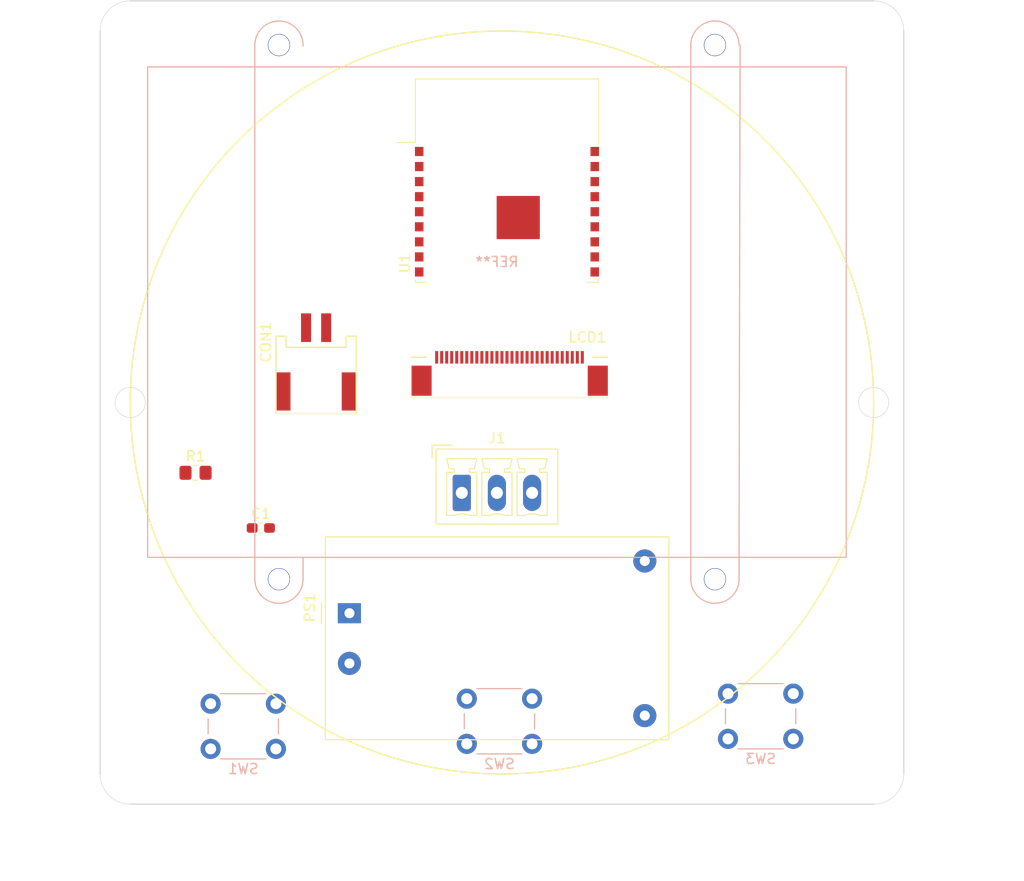
<source format=kicad_pcb>
(kicad_pcb (version 20171130) (host pcbnew 5.1.12-84ad8e8a86~92~ubuntu20.04.1)

  (general
    (thickness 1.6)
    (drawings 23)
    (tracks 0)
    (zones 0)
    (modules 11)
    (nets 12)
  )

  (page A4)
  (layers
    (0 F.Cu signal)
    (31 B.Cu signal)
    (32 B.Adhes user hide)
    (33 F.Adhes user hide)
    (34 B.Paste user hide)
    (35 F.Paste user hide)
    (36 B.SilkS user)
    (37 F.SilkS user)
    (38 B.Mask user hide)
    (39 F.Mask user hide)
    (40 Dwgs.User user)
    (41 Cmts.User user)
    (42 Eco1.User user)
    (43 Eco2.User user)
    (44 Edge.Cuts user)
    (45 Margin user)
    (46 B.CrtYd user)
    (47 F.CrtYd user)
    (48 B.Fab user)
    (49 F.Fab user)
  )

  (setup
    (last_trace_width 0.25)
    (trace_clearance 0.2)
    (zone_clearance 0.508)
    (zone_45_only no)
    (trace_min 0.2)
    (via_size 0.8)
    (via_drill 0.4)
    (via_min_size 0.4)
    (via_min_drill 0.3)
    (uvia_size 0.3)
    (uvia_drill 0.1)
    (uvias_allowed no)
    (uvia_min_size 0.2)
    (uvia_min_drill 0.1)
    (edge_width 0.05)
    (segment_width 0.2)
    (pcb_text_width 0.3)
    (pcb_text_size 1.5 1.5)
    (mod_edge_width 0.12)
    (mod_text_size 1 1)
    (mod_text_width 0.15)
    (pad_size 1.524 1.524)
    (pad_drill 0.762)
    (pad_to_mask_clearance 0)
    (aux_axis_origin 80 150)
    (grid_origin 80 150)
    (visible_elements FFFFFF7F)
    (pcbplotparams
      (layerselection 0x010fc_ffffffff)
      (usegerberextensions false)
      (usegerberattributes true)
      (usegerberadvancedattributes true)
      (creategerberjobfile true)
      (excludeedgelayer true)
      (linewidth 0.100000)
      (plotframeref false)
      (viasonmask false)
      (mode 1)
      (useauxorigin false)
      (hpglpennumber 1)
      (hpglpenspeed 20)
      (hpglpendiameter 15.000000)
      (psnegative false)
      (psa4output false)
      (plotreference true)
      (plotvalue true)
      (plotinvisibletext false)
      (padsonsilk false)
      (subtractmaskfromsilk false)
      (outputformat 1)
      (mirror false)
      (drillshape 1)
      (scaleselection 1)
      (outputdirectory ""))
  )

  (net 0 "")
  (net 1 "Net-(U1-Pad13)")
  (net 2 "Net-(SW1-Pad2)")
  (net 3 "Net-(SW1-Pad1)")
  (net 4 "Net-(SW2-Pad2)")
  (net 5 "Net-(SW2-Pad1)")
  (net 6 "Net-(SW3-Pad1)")
  (net 7 "Net-(SW3-Pad2)")
  (net 8 "Net-(J1-Pad1)")
  (net 9 "Net-(J1-Pad3)")
  (net 10 +3V3)
  (net 11 GND)

  (net_class Default "This is the default net class."
    (clearance 0.2)
    (trace_width 0.25)
    (via_dia 0.8)
    (via_drill 0.4)
    (uvia_dia 0.3)
    (uvia_drill 0.1)
    (add_net +3V3)
    (add_net GND)
    (add_net "Net-(J1-Pad1)")
    (add_net "Net-(J1-Pad3)")
    (add_net "Net-(SW1-Pad1)")
    (add_net "Net-(SW1-Pad2)")
    (add_net "Net-(SW2-Pad1)")
    (add_net "Net-(SW2-Pad2)")
    (add_net "Net-(SW3-Pad1)")
    (add_net "Net-(SW3-Pad2)")
    (add_net "Net-(U1-Pad13)")
  )

  (module ER-CON30HB:ER-DISP (layer B.Cu) (tedit 61C762E6) (tstamp 61C7ADBD)
    (at 119.5 101)
    (fp_text reference REF** (at 0 -5) (layer B.SilkS)
      (effects (font (size 1 1) (thickness 0.15)) (justify mirror))
    )
    (fp_text value ER-DISP (at 0 4) (layer B.Fab)
      (effects (font (size 1 1) (thickness 0.15)) (justify mirror))
    )
    (fp_arc (start -21.7 -26.6) (end -24.1 -26.7) (angle 179.7351506) (layer B.SilkS) (width 0.12))
    (fp_arc (start 21.7 -26.6) (end 19.3 -26.6) (angle 180) (layer B.SilkS) (width 0.12))
    (fp_arc (start 21.7 26.6) (end 24.1 26.6) (angle 180) (layer B.SilkS) (width 0.12))
    (fp_arc (start -21.7 26.6) (end -19.3 26.6) (angle 180) (layer B.SilkS) (width 0.12))
    (fp_line (start -34.77 -24.42) (end -34.77 24.42) (layer B.SilkS) (width 0.12))
    (fp_line (start 34.77 -24.42) (end -34.77 -24.42) (layer B.SilkS) (width 0.12))
    (fp_line (start 34.77 24.42) (end 34.77 -24.42) (layer B.SilkS) (width 0.12))
    (fp_line (start -34.77 24.42) (end 34.77 24.42) (layer B.SilkS) (width 0.12))
    (fp_line (start -24.1 26.6) (end -24.1 24.4) (layer B.SilkS) (width 0.12))
    (fp_line (start -19.3 26.6) (end -19.3 24.4) (layer B.SilkS) (width 0.12))
    (fp_line (start 19.3 26.6) (end 19.3 24.4) (layer B.SilkS) (width 0.12))
    (fp_line (start 24.1 26.6) (end 24.1 24.4) (layer B.SilkS) (width 0.12))
    (fp_line (start 24.1 24.4) (end 24.2 -24.4) (layer B.SilkS) (width 0.12))
    (fp_line (start 24.2 -24.4) (end 24.2 -26.6) (layer B.SilkS) (width 0.12))
    (fp_line (start 19.3 24.4) (end 19.3 -24.4) (layer B.SilkS) (width 0.12))
    (fp_line (start 19.3 -24.4) (end 19.3 -26.6) (layer B.SilkS) (width 0.12))
    (fp_line (start -24.1 24.4) (end -24.1 -24.4) (layer B.SilkS) (width 0.12))
    (fp_line (start -24.1 -24.4) (end -24.1 -26.7) (layer B.SilkS) (width 0.12))
    (pad "" np_thru_hole circle (at -21.7 -26.6) (size 2.2 2.2) (drill 2.1) (layers *.Cu *.Mask))
    (pad "" np_thru_hole circle (at 21.7 -26.6) (size 2.2 2.2) (drill 2.1) (layers *.Cu *.Mask))
    (pad "" np_thru_hole circle (at 21.7 26.6) (size 2.2 2.2) (drill 2.1) (layers *.Cu *.Mask))
    (pad "" np_thru_hole circle (at -21.7 26.6) (size 2.2 2.2) (drill 2.1) (layers *.Cu *.Mask))
  )

  (module Converter_ACDC:Converter_ACDC_HiLink_HLK-PMxx (layer F.Cu) (tedit 61C71F3E) (tstamp 61C6F829)
    (at 119.5 133.5)
    (descr "ACDC-Converter, 3W, HiLink, HLK-PMxx, THT, http://www.hlktech.net/product_detail.php?ProId=54")
    (tags "ACDC-Converter 3W THT HiLink board mount module")
    (path /61C70226)
    (fp_text reference PS1 (at -18.6212 -3.0646 270) (layer F.SilkS)
      (effects (font (size 1 1) (thickness 0.15)))
    )
    (fp_text value HLK-PM03 (at 1.1088 11.3354) (layer F.Fab)
      (effects (font (size 1 1) (thickness 0.15)))
    )
    (fp_line (start -17.2212 -10.2616) (end 17.272 10.2362) (layer Dwgs.User) (width 0.12))
    (fp_line (start 17.272 -10.2616) (end -17.2212 10.2362) (layer Dwgs.User) (width 0.12))
    (fp_line (start -16.9812 9.9854) (end 17.0188 9.9854) (layer F.Fab) (width 0.1))
    (fp_line (start 17.0188 9.9854) (end 17.0188 -10.0146) (layer F.Fab) (width 0.1))
    (fp_line (start -16.9812 9.9854) (end -16.9812 -1.5246) (layer F.Fab) (width 0.1))
    (fp_line (start -16.9812 -10.0146) (end 17.0188 -10.0146) (layer F.Fab) (width 0.1))
    (fp_line (start -15.9712 -2.5146) (end -16.9712 -1.5146) (layer F.Fab) (width 0.1))
    (fp_line (start -16.9712 -3.5146) (end -15.9712 -2.5146) (layer F.Fab) (width 0.1))
    (fp_line (start -16.9812 -3.5146) (end -16.9812 -10.0146) (layer F.Fab) (width 0.1))
    (fp_line (start -17.2312 10.2354) (end 17.2688 10.2354) (layer F.CrtYd) (width 0.05))
    (fp_line (start 17.2688 10.2354) (end 17.2688 -10.2646) (layer F.CrtYd) (width 0.05))
    (fp_line (start 17.2688 -10.2646) (end -17.2312 -10.2646) (layer F.CrtYd) (width 0.05))
    (fp_line (start -17.2312 -10.2646) (end -17.2312 10.2354) (layer F.CrtYd) (width 0.05))
    (fp_line (start -17.0812 -10.1146) (end -17.0812 10.0854) (layer F.SilkS) (width 0.12))
    (fp_line (start -17.0812 10.0854) (end 17.1188 10.0854) (layer F.SilkS) (width 0.12))
    (fp_line (start 17.1188 10.0854) (end 17.1188 -10.1146) (layer F.SilkS) (width 0.12))
    (fp_line (start 17.1188 -10.1146) (end -17.0812 -10.1146) (layer F.SilkS) (width 0.12))
    (fp_line (start -17.4712 -3.5146) (end -17.4712 -1.5046) (layer F.SilkS) (width 0.12))
    (fp_text user %R (at -0.0012 -1.3446) (layer F.Fab)
      (effects (font (size 1 1) (thickness 0.15)))
    )
    (pad 3 thru_hole circle (at 14.7188 -7.7146) (size 2.3 2.3) (drill 1) (layers *.Cu *.Mask)
      (net 11 GND))
    (pad 1 thru_hole rect (at -14.6812 -2.5146) (size 2.3 2) (drill 1) (layers *.Cu *.Mask)
      (net 9 "Net-(J1-Pad3)"))
    (pad 2 thru_hole circle (at -14.6812 2.4854) (size 2.3 2.3) (drill 1) (layers *.Cu *.Mask)
      (net 8 "Net-(J1-Pad1)"))
    (pad 4 thru_hole circle (at 14.7188 7.6854) (size 2.3 2.3) (drill 1) (layers *.Cu *.Mask)
      (net 10 +3V3))
    (model ${KISYS3DMOD}/Converter_ACDC.3dshapes/Converter_ACDC_HiLink_HLK-PMxx.wrl
      (at (xyz 0 0 0))
      (scale (xyz 1 1 1))
      (rotate (xyz 0 0 0))
    )
  )

  (module RF_Module:ESP-WROOM-02 (layer F.Cu) (tedit 5B5B45D7) (tstamp 61C6F887)
    (at 120.5 91)
    (descr http://espressif.com/sites/default/files/documentation/0c-esp-wroom-02_datasheet_en.pdf)
    (tags "ESP WROOM-02 espressif esp8266ex")
    (path /61C6F9D0)
    (attr smd)
    (fp_text reference U1 (at -10.17 5.13 -270) (layer F.SilkS)
      (effects (font (size 1 1) (thickness 0.15)))
    )
    (fp_text value ESP-WROOM-02 (at 0 8.33) (layer F.Fab)
      (effects (font (size 1 1) (thickness 0.15)))
    )
    (fp_line (start -9.12 -6.9) (end -11 -6.9) (layer F.SilkS) (width 0.1))
    (fp_line (start -9.12 -13.22) (end -9.12 -6.9) (layer F.SilkS) (width 0.1))
    (fp_line (start 9.12 -13.22) (end 9.12 -6.7) (layer F.SilkS) (width 0.1))
    (fp_line (start -9.12 -13.22) (end 9.12 -13.22) (layer F.SilkS) (width 0.1))
    (fp_line (start 8 7.02) (end 9.12 7.02) (layer F.SilkS) (width 0.1))
    (fp_line (start 9.12 6.7) (end 9.12 7) (layer F.SilkS) (width 0.1))
    (fp_line (start -9.12 7.02) (end -8.1 7.02) (layer F.SilkS) (width 0.1))
    (fp_line (start -9.12 6.8) (end -9.12 7.02) (layer F.SilkS) (width 0.1))
    (fp_line (start 8.3 -17.9) (end 8.1 -17.7) (layer Cmts.User) (width 0.1))
    (fp_line (start 8.3 -13.3) (end 8.3 -17.9) (layer Cmts.User) (width 0.1))
    (fp_line (start 8.3 -17.9) (end 8.5 -17.7) (layer Cmts.User) (width 0.1))
    (fp_line (start 8.3 -13.3) (end 8.5 -13.5) (layer Cmts.User) (width 0.1))
    (fp_line (start 8.3 -13.3) (end 8.1 -13.5) (layer Cmts.User) (width 0.1))
    (fp_line (start -9.2 -10.7) (end -9.4 -10.9) (layer Cmts.User) (width 0.1))
    (fp_line (start -13.8 -10.7) (end -9.2 -10.7) (layer Cmts.User) (width 0.1))
    (fp_line (start -9.2 -10.7) (end -9.4 -10.5) (layer Cmts.User) (width 0.1))
    (fp_line (start -13.8 -10.7) (end -13.6 -10.5) (layer Cmts.User) (width 0.1))
    (fp_line (start -13.8 -10.7) (end -13.6 -10.9) (layer Cmts.User) (width 0.1))
    (fp_line (start 9.2 -10.7) (end 9.4 -10.5) (layer Cmts.User) (width 0.1))
    (fp_line (start 9.2 -10.7) (end 9.4 -10.9) (layer Cmts.User) (width 0.1))
    (fp_line (start 13.8 -10.7) (end 13.6 -10.5) (layer Cmts.User) (width 0.1))
    (fp_line (start 13.8 -10.7) (end 13.6 -10.9) (layer Cmts.User) (width 0.1))
    (fp_line (start 9.2 -10.7) (end 13.8 -10.7) (layer Cmts.User) (width 0.1))
    (fp_line (start 14 -8.41) (end 12 -6.795) (layer Dwgs.User) (width 0.1))
    (fp_line (start 14 -10.025) (end 10 -6.795) (layer Dwgs.User) (width 0.1))
    (fp_line (start 14 -11.64) (end 8 -6.795) (layer Dwgs.User) (width 0.1))
    (fp_line (start 14 -13.255) (end 6 -6.795) (layer Dwgs.User) (width 0.1))
    (fp_line (start 14 -14.87) (end 4 -6.795) (layer Dwgs.User) (width 0.1))
    (fp_line (start 14 -16.485) (end 2 -6.795) (layer Dwgs.User) (width 0.1))
    (fp_line (start 14 -18.1) (end 0 -6.795) (layer Dwgs.User) (width 0.1))
    (fp_line (start 12 -18.1) (end -2 -6.795) (layer Dwgs.User) (width 0.1))
    (fp_line (start 10 -18.1) (end -4 -6.795) (layer Dwgs.User) (width 0.1))
    (fp_line (start 8 -18.1) (end -6 -6.795) (layer Dwgs.User) (width 0.1))
    (fp_line (start -8 -6.795) (end 6 -18.1) (layer Dwgs.User) (width 0.1))
    (fp_line (start 4 -18.1) (end -10 -6.795) (layer Dwgs.User) (width 0.1))
    (fp_line (start 2 -18.1) (end -12 -6.795) (layer Dwgs.User) (width 0.1))
    (fp_line (start 0 -18.1) (end -14 -6.795) (layer Dwgs.User) (width 0.1))
    (fp_line (start -2 -18.1) (end -14 -8.41) (layer Dwgs.User) (width 0.1))
    (fp_line (start -4 -18.1) (end -14 -10.025) (layer Dwgs.User) (width 0.1))
    (fp_line (start -6 -18.1) (end -14 -11.64) (layer Dwgs.User) (width 0.1))
    (fp_line (start -8 -18.1) (end -14 -13.255) (layer Dwgs.User) (width 0.1))
    (fp_line (start -10 -18.1) (end -14 -14.87) (layer Dwgs.User) (width 0.1))
    (fp_line (start -12 -18.1) (end -14 -16.485) (layer Dwgs.User) (width 0.1))
    (fp_line (start 9.41 -6.55) (end 14.25 -6.55) (layer F.CrtYd) (width 0.05))
    (fp_line (start -14.25 -6.55) (end -9.41 -6.55) (layer F.CrtYd) (width 0.05))
    (fp_line (start 14.25 -18.35) (end 14.25 -6.55) (layer F.CrtYd) (width 0.05))
    (fp_line (start -14.25 -18.35) (end -14.25 -6.55) (layer F.CrtYd) (width 0.05))
    (fp_line (start 14 -18.1) (end -14 -18.1) (layer Dwgs.User) (width 0.1))
    (fp_line (start 14 -6.8) (end 14 -18.1) (layer Dwgs.User) (width 0.1))
    (fp_line (start -9 -13.1) (end 9 -13.1) (layer Dwgs.User) (width 0.1))
    (fp_line (start 9 -13.1) (end 9 -6.78) (layer Dwgs.User) (width 0.1))
    (fp_line (start 14 -6.8) (end -14 -6.8) (layer Dwgs.User) (width 0.1))
    (fp_line (start -9 -6.8) (end -9 -13.1) (layer Dwgs.User) (width 0.1))
    (fp_line (start -8.5 -7) (end -9 -6.5) (layer F.Fab) (width 0.1))
    (fp_line (start -9 -7.5) (end -8.5 -7) (layer F.Fab) (width 0.1))
    (fp_line (start -9 -6.5) (end -9 6.9) (layer F.Fab) (width 0.1))
    (fp_line (start -14.25 -18.35) (end 14.25 -18.35) (layer F.CrtYd) (width 0.05))
    (fp_line (start 9.41 -6.55) (end 9.41 7.15) (layer F.CrtYd) (width 0.05))
    (fp_line (start -9.41 7.15) (end 9.41 7.15) (layer F.CrtYd) (width 0.05))
    (fp_line (start -9.41 7.15) (end -9.41 -6.55) (layer F.CrtYd) (width 0.05))
    (fp_line (start -9 -13.1) (end 9 -13.1) (layer F.Fab) (width 0.1))
    (fp_line (start -9 -13.1) (end -9 -7.5) (layer F.Fab) (width 0.1))
    (fp_line (start -9 6.9) (end 9 6.9) (layer F.Fab) (width 0.1))
    (fp_line (start 9 6.9) (end 9 -13.1) (layer F.Fab) (width 0.1))
    (fp_line (start -14 -6.8) (end -14 -18.1) (layer Dwgs.User) (width 0.1))
    (fp_text user "5 mm" (at 7.8 -15.9 -270) (layer Cmts.User)
      (effects (font (size 0.5 0.5) (thickness 0.1)))
    )
    (fp_text user "5 mm" (at -11.2 -11.2) (layer Cmts.User)
      (effects (font (size 0.5 0.5) (thickness 0.1)))
    )
    (fp_text user "5 mm" (at 11.8 -11.2) (layer Cmts.User)
      (effects (font (size 0.5 0.5) (thickness 0.1)))
    )
    (fp_text user Antenna (at 0 -10) (layer Cmts.User)
      (effects (font (size 1 1) (thickness 0.15)))
    )
    (fp_text user "KEEP-OUT ZONE" (at 0 -16) (layer Cmts.User)
      (effects (font (size 1 1) (thickness 0.15)))
    )
    (fp_text user %R (at 0 0) (layer F.Fab)
      (effects (font (size 1 1) (thickness 0.15)))
    )
    (pad 18 smd rect (at 8.7375 -6) (size 0.85 0.9125) (layers F.Cu F.Paste F.Mask)
      (net 1 "Net-(U1-Pad13)"))
    (pad 17 smd rect (at 8.7375 -4.5) (size 0.85 0.9125) (layers F.Cu F.Paste F.Mask))
    (pad 16 smd rect (at 8.7375 -3) (size 0.85 0.9125) (layers F.Cu F.Paste F.Mask))
    (pad 15 smd rect (at 8.7375 -1.5) (size 0.85 0.9125) (layers F.Cu F.Paste F.Mask))
    (pad 14 smd rect (at 8.7375 0) (size 0.85 0.9125) (layers F.Cu F.Paste F.Mask))
    (pad 13 smd rect (at 8.7375 1.5) (size 0.85 0.9125) (layers F.Cu F.Paste F.Mask)
      (net 1 "Net-(U1-Pad13)"))
    (pad 12 smd rect (at 8.7375 3) (size 0.85 0.9125) (layers F.Cu F.Paste F.Mask))
    (pad 11 smd rect (at 8.7375 4.5) (size 0.85 0.9125) (layers F.Cu F.Paste F.Mask))
    (pad 10 smd rect (at 8.7375 6) (size 0.85 0.9125) (layers F.Cu F.Paste F.Mask))
    (pad 9 smd rect (at -8.7375 6) (size 0.85 0.9125) (layers F.Cu F.Paste F.Mask)
      (net 1 "Net-(U1-Pad13)"))
    (pad 8 smd rect (at -8.7375 4.5) (size 0.85 0.9125) (layers F.Cu F.Paste F.Mask))
    (pad 7 smd rect (at -8.7375 3) (size 0.85 0.9125) (layers F.Cu F.Paste F.Mask))
    (pad 6 smd rect (at -8.7375 1.5) (size 0.85 0.9125) (layers F.Cu F.Paste F.Mask))
    (pad 5 smd rect (at -8.7375 0) (size 0.85 0.9125) (layers F.Cu F.Paste F.Mask))
    (pad 4 smd rect (at -8.7375 -1.5) (size 0.85 0.9125) (layers F.Cu F.Paste F.Mask))
    (pad 3 smd rect (at -8.7375 -3) (size 0.85 0.9125) (layers F.Cu F.Paste F.Mask))
    (pad 2 smd rect (at -8.7375 -4.5) (size 0.85 0.9125) (layers F.Cu F.Paste F.Mask))
    (pad 1 smd rect (at -8.7375 -6) (size 0.85 0.9125) (layers F.Cu F.Paste F.Mask))
    (pad 19 smd rect (at 1.12 0.58) (size 4.3 4.3) (layers F.Cu F.Paste F.Mask)
      (net 1 "Net-(U1-Pad13)"))
    (model ${KISYS3DMOD}/RF_Module.3dshapes/ESP-WROOM-02.wrl
      (at (xyz 0 0 0))
      (scale (xyz 1 1 1))
      (rotate (xyz 0 0 0))
    )
  )

  (module Capacitor_SMD:C_0603_1608Metric_Pad1.08x0.95mm_HandSolder (layer F.Cu) (tedit 5F68FEEF) (tstamp 61C77992)
    (at 96 122.5)
    (descr "Capacitor SMD 0603 (1608 Metric), square (rectangular) end terminal, IPC_7351 nominal with elongated pad for handsoldering. (Body size source: IPC-SM-782 page 76, https://www.pcb-3d.com/wordpress/wp-content/uploads/ipc-sm-782a_amendment_1_and_2.pdf), generated with kicad-footprint-generator")
    (tags "capacitor handsolder")
    (path /61C7EE87)
    (attr smd)
    (fp_text reference C1 (at 0 -1.43) (layer F.SilkS)
      (effects (font (size 1 1) (thickness 0.15)))
    )
    (fp_text value 0.1uF (at 0 1.43) (layer F.Fab)
      (effects (font (size 1 1) (thickness 0.15)))
    )
    (fp_line (start -0.8 0.4) (end -0.8 -0.4) (layer F.Fab) (width 0.1))
    (fp_line (start -0.8 -0.4) (end 0.8 -0.4) (layer F.Fab) (width 0.1))
    (fp_line (start 0.8 -0.4) (end 0.8 0.4) (layer F.Fab) (width 0.1))
    (fp_line (start 0.8 0.4) (end -0.8 0.4) (layer F.Fab) (width 0.1))
    (fp_line (start -0.146267 -0.51) (end 0.146267 -0.51) (layer F.SilkS) (width 0.12))
    (fp_line (start -0.146267 0.51) (end 0.146267 0.51) (layer F.SilkS) (width 0.12))
    (fp_line (start -1.65 0.73) (end -1.65 -0.73) (layer F.CrtYd) (width 0.05))
    (fp_line (start -1.65 -0.73) (end 1.65 -0.73) (layer F.CrtYd) (width 0.05))
    (fp_line (start 1.65 -0.73) (end 1.65 0.73) (layer F.CrtYd) (width 0.05))
    (fp_line (start 1.65 0.73) (end -1.65 0.73) (layer F.CrtYd) (width 0.05))
    (fp_text user %R (at 0 0) (layer F.Fab)
      (effects (font (size 0.4 0.4) (thickness 0.06)))
    )
    (pad 1 smd roundrect (at -0.8625 0) (size 1.075 0.95) (layers F.Cu F.Paste F.Mask) (roundrect_rratio 0.25)
      (net 10 +3V3))
    (pad 2 smd roundrect (at 0.8625 0) (size 1.075 0.95) (layers F.Cu F.Paste F.Mask) (roundrect_rratio 0.25)
      (net 11 GND))
    (model ${KISYS3DMOD}/Capacitor_SMD.3dshapes/C_0603_1608Metric.wrl
      (at (xyz 0 0 0))
      (scale (xyz 1 1 1))
      (rotate (xyz 0 0 0))
    )
  )

  (module Connector_Phoenix_MC:PhoenixContact_MCV_1,5_3-G-3.5_1x03_P3.50mm_Vertical (layer F.Cu) (tedit 5B784ED0) (tstamp 61C77B0B)
    (at 116 119)
    (descr "Generic Phoenix Contact connector footprint for: MCV_1,5/3-G-3.5; number of pins: 03; pin pitch: 3.50mm; Vertical || order number: 1843619 8A 160V")
    (tags "phoenix_contact connector MCV_01x03_G_3.5mm")
    (path /61C7B75E)
    (fp_text reference J1 (at 3.5 -5.45) (layer F.SilkS)
      (effects (font (size 1 1) (thickness 0.15)))
    )
    (fp_text value Conn_01x03 (at 3.5 4.2) (layer F.Fab)
      (effects (font (size 1 1) (thickness 0.15)))
    )
    (fp_line (start -2.56 -4.36) (end -2.56 3.11) (layer F.SilkS) (width 0.12))
    (fp_line (start -2.56 3.11) (end 9.56 3.11) (layer F.SilkS) (width 0.12))
    (fp_line (start 9.56 3.11) (end 9.56 -4.36) (layer F.SilkS) (width 0.12))
    (fp_line (start 9.56 -4.36) (end -2.56 -4.36) (layer F.SilkS) (width 0.12))
    (fp_line (start -2.45 -4.25) (end -2.45 3) (layer F.Fab) (width 0.1))
    (fp_line (start -2.45 3) (end 9.45 3) (layer F.Fab) (width 0.1))
    (fp_line (start 9.45 3) (end 9.45 -4.25) (layer F.Fab) (width 0.1))
    (fp_line (start 9.45 -4.25) (end -2.45 -4.25) (layer F.Fab) (width 0.1))
    (fp_line (start -0.75 2.25) (end -1.5 2.25) (layer F.SilkS) (width 0.12))
    (fp_line (start -1.5 2.25) (end -1.5 -2.05) (layer F.SilkS) (width 0.12))
    (fp_line (start -1.5 -2.05) (end -0.75 -2.05) (layer F.SilkS) (width 0.12))
    (fp_line (start -0.75 -2.05) (end -0.75 -2.4) (layer F.SilkS) (width 0.12))
    (fp_line (start -0.75 -2.4) (end -1.25 -2.4) (layer F.SilkS) (width 0.12))
    (fp_line (start -1.25 -2.4) (end -1.5 -3.4) (layer F.SilkS) (width 0.12))
    (fp_line (start -1.5 -3.4) (end 1.5 -3.4) (layer F.SilkS) (width 0.12))
    (fp_line (start 1.5 -3.4) (end 1.25 -2.4) (layer F.SilkS) (width 0.12))
    (fp_line (start 1.25 -2.4) (end 0.75 -2.4) (layer F.SilkS) (width 0.12))
    (fp_line (start 0.75 -2.4) (end 0.75 -2.05) (layer F.SilkS) (width 0.12))
    (fp_line (start 0.75 -2.05) (end 1.5 -2.05) (layer F.SilkS) (width 0.12))
    (fp_line (start 1.5 -2.05) (end 1.5 2.25) (layer F.SilkS) (width 0.12))
    (fp_line (start 1.5 2.25) (end 0.75 2.25) (layer F.SilkS) (width 0.12))
    (fp_line (start 2.75 2.25) (end 2 2.25) (layer F.SilkS) (width 0.12))
    (fp_line (start 2 2.25) (end 2 -2.05) (layer F.SilkS) (width 0.12))
    (fp_line (start 2 -2.05) (end 2.75 -2.05) (layer F.SilkS) (width 0.12))
    (fp_line (start 2.75 -2.05) (end 2.75 -2.4) (layer F.SilkS) (width 0.12))
    (fp_line (start 2.75 -2.4) (end 2.25 -2.4) (layer F.SilkS) (width 0.12))
    (fp_line (start 2.25 -2.4) (end 2 -3.4) (layer F.SilkS) (width 0.12))
    (fp_line (start 2 -3.4) (end 5 -3.4) (layer F.SilkS) (width 0.12))
    (fp_line (start 5 -3.4) (end 4.75 -2.4) (layer F.SilkS) (width 0.12))
    (fp_line (start 4.75 -2.4) (end 4.25 -2.4) (layer F.SilkS) (width 0.12))
    (fp_line (start 4.25 -2.4) (end 4.25 -2.05) (layer F.SilkS) (width 0.12))
    (fp_line (start 4.25 -2.05) (end 5 -2.05) (layer F.SilkS) (width 0.12))
    (fp_line (start 5 -2.05) (end 5 2.25) (layer F.SilkS) (width 0.12))
    (fp_line (start 5 2.25) (end 4.25 2.25) (layer F.SilkS) (width 0.12))
    (fp_line (start 6.25 2.25) (end 5.5 2.25) (layer F.SilkS) (width 0.12))
    (fp_line (start 5.5 2.25) (end 5.5 -2.05) (layer F.SilkS) (width 0.12))
    (fp_line (start 5.5 -2.05) (end 6.25 -2.05) (layer F.SilkS) (width 0.12))
    (fp_line (start 6.25 -2.05) (end 6.25 -2.4) (layer F.SilkS) (width 0.12))
    (fp_line (start 6.25 -2.4) (end 5.75 -2.4) (layer F.SilkS) (width 0.12))
    (fp_line (start 5.75 -2.4) (end 5.5 -3.4) (layer F.SilkS) (width 0.12))
    (fp_line (start 5.5 -3.4) (end 8.5 -3.4) (layer F.SilkS) (width 0.12))
    (fp_line (start 8.5 -3.4) (end 8.25 -2.4) (layer F.SilkS) (width 0.12))
    (fp_line (start 8.25 -2.4) (end 7.75 -2.4) (layer F.SilkS) (width 0.12))
    (fp_line (start 7.75 -2.4) (end 7.75 -2.05) (layer F.SilkS) (width 0.12))
    (fp_line (start 7.75 -2.05) (end 8.5 -2.05) (layer F.SilkS) (width 0.12))
    (fp_line (start 8.5 -2.05) (end 8.5 2.25) (layer F.SilkS) (width 0.12))
    (fp_line (start 8.5 2.25) (end 7.75 2.25) (layer F.SilkS) (width 0.12))
    (fp_line (start -2.95 -4.75) (end -2.95 3.5) (layer F.CrtYd) (width 0.05))
    (fp_line (start -2.95 3.5) (end 9.95 3.5) (layer F.CrtYd) (width 0.05))
    (fp_line (start 9.95 3.5) (end 9.95 -4.75) (layer F.CrtYd) (width 0.05))
    (fp_line (start 9.95 -4.75) (end -2.95 -4.75) (layer F.CrtYd) (width 0.05))
    (fp_line (start -2.95 -3.5) (end -2.95 -4.75) (layer F.SilkS) (width 0.12))
    (fp_line (start -2.95 -4.75) (end -0.95 -4.75) (layer F.SilkS) (width 0.12))
    (fp_line (start -2.95 -3.5) (end -2.95 -4.75) (layer F.Fab) (width 0.1))
    (fp_line (start -2.95 -4.75) (end -0.95 -4.75) (layer F.Fab) (width 0.1))
    (fp_arc (start 0 3.95) (end -0.75 2.25) (angle 47.6) (layer F.SilkS) (width 0.12))
    (fp_arc (start 3.5 3.95) (end 2.75 2.25) (angle 47.6) (layer F.SilkS) (width 0.12))
    (fp_arc (start 7 3.95) (end 6.25 2.25) (angle 47.6) (layer F.SilkS) (width 0.12))
    (fp_text user %R (at 3.989999 -0.810001) (layer F.Fab)
      (effects (font (size 1 1) (thickness 0.15)))
    )
    (pad 1 thru_hole roundrect (at 0 0) (size 1.8 3.6) (drill 1.2) (layers *.Cu *.Mask) (roundrect_rratio 0.138889)
      (net 8 "Net-(J1-Pad1)"))
    (pad 2 thru_hole oval (at 3.5 0) (size 1.8 3.6) (drill 1.2) (layers *.Cu *.Mask))
    (pad 3 thru_hole oval (at 7 0) (size 1.8 3.6) (drill 1.2) (layers *.Cu *.Mask)
      (net 9 "Net-(J1-Pad3)"))
    (model ${KISYS3DMOD}/Connector_Phoenix_MC.3dshapes/PhoenixContact_MCV_1,5_3-G-3.5_1x03_P3.50mm_Vertical.wrl
      (at (xyz 0 0 0))
      (scale (xyz 1 1 1))
      (rotate (xyz 0 0 0))
    )
  )

  (module Resistor_SMD:R_0805_2012Metric_Pad1.20x1.40mm_HandSolder (layer F.Cu) (tedit 5F68FEEE) (tstamp 61C779E5)
    (at 89.5 117)
    (descr "Resistor SMD 0805 (2012 Metric), square (rectangular) end terminal, IPC_7351 nominal with elongated pad for handsoldering. (Body size source: IPC-SM-782 page 72, https://www.pcb-3d.com/wordpress/wp-content/uploads/ipc-sm-782a_amendment_1_and_2.pdf), generated with kicad-footprint-generator")
    (tags "resistor handsolder")
    (path /61C7F998)
    (attr smd)
    (fp_text reference R1 (at 0 -1.65) (layer F.SilkS)
      (effects (font (size 1 1) (thickness 0.15)))
    )
    (fp_text value 10k (at 0 1.65) (layer F.Fab)
      (effects (font (size 1 1) (thickness 0.15)))
    )
    (fp_line (start -1 0.625) (end -1 -0.625) (layer F.Fab) (width 0.1))
    (fp_line (start -1 -0.625) (end 1 -0.625) (layer F.Fab) (width 0.1))
    (fp_line (start 1 -0.625) (end 1 0.625) (layer F.Fab) (width 0.1))
    (fp_line (start 1 0.625) (end -1 0.625) (layer F.Fab) (width 0.1))
    (fp_line (start -0.227064 -0.735) (end 0.227064 -0.735) (layer F.SilkS) (width 0.12))
    (fp_line (start -0.227064 0.735) (end 0.227064 0.735) (layer F.SilkS) (width 0.12))
    (fp_line (start -1.85 0.95) (end -1.85 -0.95) (layer F.CrtYd) (width 0.05))
    (fp_line (start -1.85 -0.95) (end 1.85 -0.95) (layer F.CrtYd) (width 0.05))
    (fp_line (start 1.85 -0.95) (end 1.85 0.95) (layer F.CrtYd) (width 0.05))
    (fp_line (start 1.85 0.95) (end -1.85 0.95) (layer F.CrtYd) (width 0.05))
    (fp_text user %R (at 0 0) (layer F.Fab)
      (effects (font (size 0.5 0.5) (thickness 0.08)))
    )
    (pad 1 smd roundrect (at -1 0) (size 1.2 1.4) (layers F.Cu F.Paste F.Mask) (roundrect_rratio 0.208333))
    (pad 2 smd roundrect (at 1 0) (size 1.2 1.4) (layers F.Cu F.Paste F.Mask) (roundrect_rratio 0.208333))
    (model ${KISYS3DMOD}/Resistor_SMD.3dshapes/R_0805_2012Metric.wrl
      (at (xyz 0 0 0))
      (scale (xyz 1 1 1))
      (rotate (xyz 0 0 0))
    )
  )

  (module Button_Switch_THT:SW_PUSH_6mm (layer B.Cu) (tedit 5A02FE31) (tstamp 61C7808F)
    (at 91 144.5)
    (descr https://www.omron.com/ecb/products/pdf/en-b3f.pdf)
    (tags "tact sw push 6mm")
    (path /61C7662A)
    (fp_text reference SW1 (at 3.25 2) (layer B.SilkS)
      (effects (font (size 1 1) (thickness 0.15)) (justify mirror))
    )
    (fp_text value SW_Push (at 3.75 -6.7) (layer B.Fab)
      (effects (font (size 1 1) (thickness 0.15)) (justify mirror))
    )
    (fp_line (start 3.25 0.75) (end 6.25 0.75) (layer B.Fab) (width 0.1))
    (fp_line (start 6.25 0.75) (end 6.25 -5.25) (layer B.Fab) (width 0.1))
    (fp_line (start 6.25 -5.25) (end 0.25 -5.25) (layer B.Fab) (width 0.1))
    (fp_line (start 0.25 -5.25) (end 0.25 0.75) (layer B.Fab) (width 0.1))
    (fp_line (start 0.25 0.75) (end 3.25 0.75) (layer B.Fab) (width 0.1))
    (fp_line (start 7.75 -6) (end 8 -6) (layer B.CrtYd) (width 0.05))
    (fp_line (start 8 -6) (end 8 -5.75) (layer B.CrtYd) (width 0.05))
    (fp_line (start 7.75 1.5) (end 8 1.5) (layer B.CrtYd) (width 0.05))
    (fp_line (start 8 1.5) (end 8 1.25) (layer B.CrtYd) (width 0.05))
    (fp_line (start -1.5 1.25) (end -1.5 1.5) (layer B.CrtYd) (width 0.05))
    (fp_line (start -1.5 1.5) (end -1.25 1.5) (layer B.CrtYd) (width 0.05))
    (fp_line (start -1.5 -5.75) (end -1.5 -6) (layer B.CrtYd) (width 0.05))
    (fp_line (start -1.5 -6) (end -1.25 -6) (layer B.CrtYd) (width 0.05))
    (fp_line (start -1.25 1.5) (end 7.75 1.5) (layer B.CrtYd) (width 0.05))
    (fp_line (start -1.5 -5.75) (end -1.5 1.25) (layer B.CrtYd) (width 0.05))
    (fp_line (start 7.75 -6) (end -1.25 -6) (layer B.CrtYd) (width 0.05))
    (fp_line (start 8 1.25) (end 8 -5.75) (layer B.CrtYd) (width 0.05))
    (fp_line (start 1 -5.5) (end 5.5 -5.5) (layer B.SilkS) (width 0.12))
    (fp_line (start -0.25 -1.5) (end -0.25 -3) (layer B.SilkS) (width 0.12))
    (fp_line (start 5.5 1) (end 1 1) (layer B.SilkS) (width 0.12))
    (fp_line (start 6.75 -3) (end 6.75 -1.5) (layer B.SilkS) (width 0.12))
    (fp_circle (center 3.25 -2.25) (end 1.25 -2.5) (layer B.Fab) (width 0.1))
    (fp_text user %R (at 3.25 -2.25) (layer B.Fab)
      (effects (font (size 1 1) (thickness 0.15)) (justify mirror))
    )
    (pad 2 thru_hole circle (at 0 -4.5 270) (size 2 2) (drill 1.1) (layers *.Cu *.Mask)
      (net 2 "Net-(SW1-Pad2)"))
    (pad 1 thru_hole circle (at 0 0 270) (size 2 2) (drill 1.1) (layers *.Cu *.Mask)
      (net 3 "Net-(SW1-Pad1)"))
    (pad 2 thru_hole circle (at 6.5 -4.5 270) (size 2 2) (drill 1.1) (layers *.Cu *.Mask)
      (net 2 "Net-(SW1-Pad2)"))
    (pad 1 thru_hole circle (at 6.5 0 270) (size 2 2) (drill 1.1) (layers *.Cu *.Mask)
      (net 3 "Net-(SW1-Pad1)"))
    (model ${KISYS3DMOD}/Button_Switch_THT.3dshapes/SW_PUSH_6mm.wrl
      (at (xyz 0 0 0))
      (scale (xyz 1 1 1))
      (rotate (xyz 0 0 0))
    )
  )

  (module Button_Switch_THT:SW_PUSH_6mm (layer B.Cu) (tedit 5A02FE31) (tstamp 61C7826F)
    (at 142.5 143.5)
    (descr https://www.omron.com/ecb/products/pdf/en-b3f.pdf)
    (tags "tact sw push 6mm")
    (path /61C79187)
    (fp_text reference SW3 (at 3.25 2) (layer B.SilkS)
      (effects (font (size 1 1) (thickness 0.15)) (justify mirror))
    )
    (fp_text value SW_Push (at 3.75 -6.7) (layer B.Fab)
      (effects (font (size 1 1) (thickness 0.15)) (justify mirror))
    )
    (fp_circle (center 3.25 -2.25) (end 1.25 -2.5) (layer B.Fab) (width 0.1))
    (fp_line (start 6.75 -3) (end 6.75 -1.5) (layer B.SilkS) (width 0.12))
    (fp_line (start 5.5 1) (end 1 1) (layer B.SilkS) (width 0.12))
    (fp_line (start -0.25 -1.5) (end -0.25 -3) (layer B.SilkS) (width 0.12))
    (fp_line (start 1 -5.5) (end 5.5 -5.5) (layer B.SilkS) (width 0.12))
    (fp_line (start 8 1.25) (end 8 -5.75) (layer B.CrtYd) (width 0.05))
    (fp_line (start 7.75 -6) (end -1.25 -6) (layer B.CrtYd) (width 0.05))
    (fp_line (start -1.5 -5.75) (end -1.5 1.25) (layer B.CrtYd) (width 0.05))
    (fp_line (start -1.25 1.5) (end 7.75 1.5) (layer B.CrtYd) (width 0.05))
    (fp_line (start -1.5 -6) (end -1.25 -6) (layer B.CrtYd) (width 0.05))
    (fp_line (start -1.5 -5.75) (end -1.5 -6) (layer B.CrtYd) (width 0.05))
    (fp_line (start -1.5 1.5) (end -1.25 1.5) (layer B.CrtYd) (width 0.05))
    (fp_line (start -1.5 1.25) (end -1.5 1.5) (layer B.CrtYd) (width 0.05))
    (fp_line (start 8 1.5) (end 8 1.25) (layer B.CrtYd) (width 0.05))
    (fp_line (start 7.75 1.5) (end 8 1.5) (layer B.CrtYd) (width 0.05))
    (fp_line (start 8 -6) (end 8 -5.75) (layer B.CrtYd) (width 0.05))
    (fp_line (start 7.75 -6) (end 8 -6) (layer B.CrtYd) (width 0.05))
    (fp_line (start 0.25 0.75) (end 3.25 0.75) (layer B.Fab) (width 0.1))
    (fp_line (start 0.25 -5.25) (end 0.25 0.75) (layer B.Fab) (width 0.1))
    (fp_line (start 6.25 -5.25) (end 0.25 -5.25) (layer B.Fab) (width 0.1))
    (fp_line (start 6.25 0.75) (end 6.25 -5.25) (layer B.Fab) (width 0.1))
    (fp_line (start 3.25 0.75) (end 6.25 0.75) (layer B.Fab) (width 0.1))
    (fp_text user %R (at 3.25 -2.25) (layer B.Fab)
      (effects (font (size 1 1) (thickness 0.15)) (justify mirror))
    )
    (pad 1 thru_hole circle (at 6.5 0 270) (size 2 2) (drill 1.1) (layers *.Cu *.Mask)
      (net 6 "Net-(SW3-Pad1)"))
    (pad 2 thru_hole circle (at 6.5 -4.5 270) (size 2 2) (drill 1.1) (layers *.Cu *.Mask)
      (net 7 "Net-(SW3-Pad2)"))
    (pad 1 thru_hole circle (at 0 0 270) (size 2 2) (drill 1.1) (layers *.Cu *.Mask)
      (net 6 "Net-(SW3-Pad1)"))
    (pad 2 thru_hole circle (at 0 -4.5 270) (size 2 2) (drill 1.1) (layers *.Cu *.Mask)
      (net 7 "Net-(SW3-Pad2)"))
    (model ${KISYS3DMOD}/Button_Switch_THT.3dshapes/SW_PUSH_6mm.wrl
      (at (xyz 0 0 0))
      (scale (xyz 1 1 1))
      (rotate (xyz 0 0 0))
    )
  )

  (module ER-CON30HB:ER-CON2.0-2P-SMD (layer F.Cu) (tedit 58AA1CF2) (tstamp 61C78981)
    (at 101.5 104 180)
    (path /61C93AFB)
    (fp_text reference CON1 (at 5 0 90) (layer F.SilkS)
      (effects (font (size 1 1) (thickness 0.15)))
    )
    (fp_text value BL_CON (at -5 -0.5 90) (layer F.Fab)
      (effects (font (size 1 1) (thickness 0.15)))
    )
    (fp_line (start -4 -7.1) (end 4 -7.1) (layer F.SilkS) (width 0.15))
    (fp_line (start 4 -7.1) (end 4 0.6) (layer F.SilkS) (width 0.15))
    (fp_line (start -4 -7.1) (end -4 0.6) (layer F.SilkS) (width 0.15))
    (fp_line (start 4 0.6) (end 3 0.6) (layer F.SilkS) (width 0.15))
    (fp_line (start 3 0.6) (end 3 -0.5) (layer F.SilkS) (width 0.15))
    (fp_line (start 3 -0.5) (end -3 -0.5) (layer F.SilkS) (width 0.15))
    (fp_line (start -3 -0.5) (end -3 0.6) (layer F.SilkS) (width 0.15))
    (fp_line (start -3 0.6) (end -4 0.6) (layer F.SilkS) (width 0.15))
    (pad 0 smd rect (at -3.25 -4.9 180) (size 1.4 3.8) (layers F.Cu F.Paste F.Mask))
    (pad 0 smd rect (at 3.25 -4.9 180) (size 1.4 3.8) (layers F.Cu F.Paste F.Mask))
    (pad 1 smd rect (at -1 1.45 180) (size 1 2.85) (layers F.Cu F.Paste F.Mask))
    (pad 2 smd rect (at 1 1.45 180) (size 1 2.85) (layers F.Cu F.Paste F.Mask))
  )

  (module ER-CON30HB:ER-CON30HB-1 (layer F.Cu) (tedit 58624C8C) (tstamp 61C789A8)
    (at 128 105.5 180)
    (path /61C91D93)
    (fp_text reference LCD1 (at -0.5 2) (layer F.SilkS)
      (effects (font (size 1 1) (thickness 0.15)))
    )
    (fp_text value ERC12864 (at 7.5 -2.5) (layer F.Fab)
      (effects (font (size 1 1) (thickness 0.15)))
    )
    (fp_line (start 17 -4) (end -2.5 -4) (layer F.SilkS) (width 0.15))
    (fp_line (start -2.5 0) (end -1 0) (layer F.SilkS) (width 0.15))
    (fp_line (start 15.5 0) (end 17 0) (layer F.SilkS) (width 0.15))
    (pad 1 smd rect (at 0 0 180) (size 0.3 1.25) (layers F.Cu F.Paste F.Mask)
      (solder_mask_margin 0.05))
    (pad 2 smd rect (at 0.5 0 180) (size 0.3 1.25) (layers F.Cu F.Paste F.Mask)
      (solder_mask_margin 0.05))
    (pad 3 smd rect (at 1 0 180) (size 0.3 1.25) (layers F.Cu F.Paste F.Mask)
      (solder_mask_margin 0.05))
    (pad 4 smd rect (at 1.5 0 180) (size 0.3 1.25) (layers F.Cu F.Paste F.Mask)
      (solder_mask_margin 0.05))
    (pad 5 smd rect (at 2 0 180) (size 0.3 1.25) (layers F.Cu F.Paste F.Mask)
      (solder_mask_margin 0.05))
    (pad 6 smd rect (at 2.5 0 180) (size 0.3 1.25) (layers F.Cu F.Paste F.Mask)
      (solder_mask_margin 0.05))
    (pad 7 smd rect (at 3 0 180) (size 0.3 1.25) (layers F.Cu F.Paste F.Mask)
      (solder_mask_margin 0.05))
    (pad 8 smd rect (at 3.5 0 180) (size 0.3 1.25) (layers F.Cu F.Paste F.Mask)
      (solder_mask_margin 0.05))
    (pad 9 smd rect (at 4 0 180) (size 0.3 1.25) (layers F.Cu F.Paste F.Mask)
      (solder_mask_margin 0.05))
    (pad 10 smd rect (at 4.5 0 180) (size 0.3 1.25) (layers F.Cu F.Paste F.Mask)
      (solder_mask_margin 0.05))
    (pad 11 smd rect (at 5 0 180) (size 0.3 1.25) (layers F.Cu F.Paste F.Mask)
      (solder_mask_margin 0.05))
    (pad 12 smd rect (at 5.5 0 180) (size 0.3 1.25) (layers F.Cu F.Paste F.Mask)
      (solder_mask_margin 0.05))
    (pad 13 smd rect (at 6 0 180) (size 0.3 1.25) (layers F.Cu F.Paste F.Mask)
      (solder_mask_margin 0.05))
    (pad 14 smd rect (at 6.5 0 180) (size 0.3 1.25) (layers F.Cu F.Paste F.Mask)
      (solder_mask_margin 0.05))
    (pad 15 smd rect (at 7 0 180) (size 0.3 1.25) (layers F.Cu F.Paste F.Mask)
      (solder_mask_margin 0.05))
    (pad 16 smd rect (at 7.5 0 180) (size 0.3 1.25) (layers F.Cu F.Paste F.Mask)
      (solder_mask_margin 0.05))
    (pad 17 smd rect (at 8 0 180) (size 0.3 1.25) (layers F.Cu F.Paste F.Mask)
      (solder_mask_margin 0.05))
    (pad 18 smd rect (at 8.5 0 180) (size 0.3 1.25) (layers F.Cu F.Paste F.Mask)
      (solder_mask_margin 0.05))
    (pad 19 smd rect (at 9 0 180) (size 0.3 1.25) (layers F.Cu F.Paste F.Mask)
      (solder_mask_margin 0.05))
    (pad 20 smd rect (at 9.5 0 180) (size 0.3 1.25) (layers F.Cu F.Paste F.Mask)
      (solder_mask_margin 0.05))
    (pad 21 smd rect (at 10 0 180) (size 0.3 1.25) (layers F.Cu F.Paste F.Mask)
      (solder_mask_margin 0.05))
    (pad 22 smd rect (at 10.5 0 180) (size 0.3 1.25) (layers F.Cu F.Paste F.Mask)
      (solder_mask_margin 0.05))
    (pad 23 smd rect (at 11 0 180) (size 0.3 1.25) (layers F.Cu F.Paste F.Mask)
      (solder_mask_margin 0.05))
    (pad 24 smd rect (at 11.5 0 180) (size 0.3 1.25) (layers F.Cu F.Paste F.Mask)
      (solder_mask_margin 0.05))
    (pad 25 smd rect (at 12 0 180) (size 0.3 1.25) (layers F.Cu F.Paste F.Mask)
      (solder_mask_margin 0.05))
    (pad 26 smd rect (at 12.5 0 180) (size 0.3 1.25) (layers F.Cu F.Paste F.Mask)
      (solder_mask_margin 0.05))
    (pad 27 smd rect (at 13 0 180) (size 0.3 1.25) (layers F.Cu F.Paste F.Mask)
      (solder_mask_margin 0.05))
    (pad 28 smd rect (at 13.5 0 180) (size 0.3 1.25) (layers F.Cu F.Paste F.Mask)
      (solder_mask_margin 0.05))
    (pad 29 smd rect (at 14 0 180) (size 0.3 1.25) (layers F.Cu F.Paste F.Mask)
      (solder_mask_margin 0.05))
    (pad 30 smd rect (at 14.5 0 180) (size 0.3 1.25) (layers F.Cu F.Paste F.Mask)
      (solder_mask_margin 0.05))
    (pad 0 smd rect (at -1.54 -2.33 180) (size 2 3) (layers F.Cu F.Paste F.Mask))
    (pad 0 smd rect (at 16 -2.33 180) (size 2 3) (layers F.Cu F.Paste F.Mask))
  )

  (module Button_Switch_THT:SW_PUSH_6mm (layer B.Cu) (tedit 5A02FE31) (tstamp 61C7A3D2)
    (at 116.5 144)
    (descr https://www.omron.com/ecb/products/pdf/en-b3f.pdf)
    (tags "tact sw push 6mm")
    (path /61C78E43)
    (fp_text reference SW2 (at 3.25 2) (layer B.SilkS)
      (effects (font (size 1 1) (thickness 0.15)) (justify mirror))
    )
    (fp_text value SW_Push (at 3.75 -6.7) (layer B.Fab)
      (effects (font (size 1 1) (thickness 0.15)) (justify mirror))
    )
    (fp_circle (center 3.25 -2.25) (end 1.25 -2.5) (layer B.Fab) (width 0.1))
    (fp_line (start 6.75 -3) (end 6.75 -1.5) (layer B.SilkS) (width 0.12))
    (fp_line (start 5.5 1) (end 1 1) (layer B.SilkS) (width 0.12))
    (fp_line (start -0.25 -1.5) (end -0.25 -3) (layer B.SilkS) (width 0.12))
    (fp_line (start 1 -5.5) (end 5.5 -5.5) (layer B.SilkS) (width 0.12))
    (fp_line (start 8 1.25) (end 8 -5.75) (layer B.CrtYd) (width 0.05))
    (fp_line (start 7.75 -6) (end -1.25 -6) (layer B.CrtYd) (width 0.05))
    (fp_line (start -1.5 -5.75) (end -1.5 1.25) (layer B.CrtYd) (width 0.05))
    (fp_line (start -1.25 1.5) (end 7.75 1.5) (layer B.CrtYd) (width 0.05))
    (fp_line (start -1.5 -6) (end -1.25 -6) (layer B.CrtYd) (width 0.05))
    (fp_line (start -1.5 -5.75) (end -1.5 -6) (layer B.CrtYd) (width 0.05))
    (fp_line (start -1.5 1.5) (end -1.25 1.5) (layer B.CrtYd) (width 0.05))
    (fp_line (start -1.5 1.25) (end -1.5 1.5) (layer B.CrtYd) (width 0.05))
    (fp_line (start 8 1.5) (end 8 1.25) (layer B.CrtYd) (width 0.05))
    (fp_line (start 7.75 1.5) (end 8 1.5) (layer B.CrtYd) (width 0.05))
    (fp_line (start 8 -6) (end 8 -5.75) (layer B.CrtYd) (width 0.05))
    (fp_line (start 7.75 -6) (end 8 -6) (layer B.CrtYd) (width 0.05))
    (fp_line (start 0.25 0.75) (end 3.25 0.75) (layer B.Fab) (width 0.1))
    (fp_line (start 0.25 -5.25) (end 0.25 0.75) (layer B.Fab) (width 0.1))
    (fp_line (start 6.25 -5.25) (end 0.25 -5.25) (layer B.Fab) (width 0.1))
    (fp_line (start 6.25 0.75) (end 6.25 -5.25) (layer B.Fab) (width 0.1))
    (fp_line (start 3.25 0.75) (end 6.25 0.75) (layer B.Fab) (width 0.1))
    (fp_text user %R (at 3.25 -2.25) (layer B.Fab)
      (effects (font (size 1 1) (thickness 0.15)) (justify mirror))
    )
    (pad 2 thru_hole circle (at 0 -4.5 270) (size 2 2) (drill 1.1) (layers *.Cu *.Mask)
      (net 4 "Net-(SW2-Pad2)"))
    (pad 1 thru_hole circle (at 0 0 270) (size 2 2) (drill 1.1) (layers *.Cu *.Mask)
      (net 5 "Net-(SW2-Pad1)"))
    (pad 2 thru_hole circle (at 6.5 -4.5 270) (size 2 2) (drill 1.1) (layers *.Cu *.Mask)
      (net 4 "Net-(SW2-Pad2)"))
    (pad 1 thru_hole circle (at 6.5 0 270) (size 2 2) (drill 1.1) (layers *.Cu *.Mask)
      (net 5 "Net-(SW2-Pad1)"))
    (model ${KISYS3DMOD}/Button_Switch_THT.3dshapes/SW_PUSH_6mm.wrl
      (at (xyz 0 0 0))
      (scale (xyz 1 1 1))
      (rotate (xyz 0 0 0))
    )
  )

  (gr_line (start 120 70) (end 120 150) (layer B.CrtYd) (width 0.05))
  (gr_circle (center 83 110) (end 84.5 110) (layer Edge.Cuts) (width 0.05))
  (gr_circle (center 157 110) (end 158.5 110) (layer Edge.Cuts) (width 0.05))
  (gr_arc (start 157 147) (end 157 150) (angle -90) (layer Edge.Cuts) (width 0.05))
  (gr_arc (start 83 147) (end 80 147) (angle -90) (layer Edge.Cuts) (width 0.05))
  (gr_arc (start 83 73) (end 83 70) (angle -90) (layer Edge.Cuts) (width 0.05))
  (gr_arc (start 157 73) (end 160 73) (angle -90) (layer Edge.Cuts) (width 0.05))
  (gr_line (start 160 136) (end 80 136) (layer Dwgs.User) (width 0.15))
  (dimension 10.000008 (width 0.15) (layer Dwgs.User)
    (gr_text "10.000 mm" (at 168.306237 104.989626 -89.92839177) (layer Dwgs.User)
      (effects (font (size 1 1) (thickness 0.15)))
    )
    (feature1 (pts (xy 160 100) (xy 167.586409 99.990519)))
    (feature2 (pts (xy 160.012498 110) (xy 167.598907 109.990519)))
    (crossbar (pts (xy 167.012487 109.991251) (xy 166.999989 99.991251)))
    (arrow1a (pts (xy 166.999989 99.991251) (xy 167.587817 101.117021)))
    (arrow1b (pts (xy 166.999989 99.991251) (xy 166.414977 101.118487)))
    (arrow2a (pts (xy 167.012487 109.991251) (xy 167.597499 108.864015)))
    (arrow2b (pts (xy 167.012487 109.991251) (xy 166.424659 108.865481)))
  )
  (dimension 10 (width 0.15) (layer Dwgs.User)
    (gr_text "10.000 mm" (at 168.3 115 90) (layer Dwgs.User)
      (effects (font (size 1 1) (thickness 0.15)))
    )
    (feature1 (pts (xy 160 110) (xy 167.586421 110)))
    (feature2 (pts (xy 160 120) (xy 167.586421 120)))
    (crossbar (pts (xy 167 120) (xy 167 110)))
    (arrow1a (pts (xy 167 110) (xy 167.586421 111.126504)))
    (arrow1b (pts (xy 167 110) (xy 166.413579 111.126504)))
    (arrow2a (pts (xy 167 120) (xy 167.586421 118.873496)))
    (arrow2b (pts (xy 167 120) (xy 166.413579 118.873496)))
  )
  (gr_line (start 160 100) (end 80 120) (layer Dwgs.User) (width 0.15))
  (gr_line (start 160 120) (end 80 100) (layer Dwgs.User) (width 0.15))
  (gr_line (start 80 110) (end 160.012498 110) (layer Dwgs.User) (width 0.15))
  (gr_circle (center 120 110) (end 157 110) (layer F.SilkS) (width 0.15))
  (gr_circle (center 120 110) (end 121 70) (layer Dwgs.User) (width 0.15))
  (gr_line (start 80 70) (end 160 150) (layer Dwgs.User) (width 0.15))
  (gr_line (start 80 150) (end 160 70) (layer Dwgs.User) (width 0.15))
  (dimension 80 (width 0.15) (layer Dwgs.User)
    (gr_text "80.000 mm" (at 120 158.3) (layer Dwgs.User)
      (effects (font (size 1 1) (thickness 0.15)))
    )
    (feature1 (pts (xy 160 150) (xy 160 157.586421)))
    (feature2 (pts (xy 80 150) (xy 80 157.586421)))
    (crossbar (pts (xy 80 157) (xy 160 157)))
    (arrow1a (pts (xy 160 157) (xy 158.873496 157.586421)))
    (arrow1b (pts (xy 160 157) (xy 158.873496 156.413579)))
    (arrow2a (pts (xy 80 157) (xy 81.126504 157.586421)))
    (arrow2b (pts (xy 80 157) (xy 81.126504 156.413579)))
  )
  (dimension 80 (width 0.15) (layer Dwgs.User)
    (gr_text "80.000 mm" (at 73.700001 110 270) (layer Dwgs.User)
      (effects (font (size 1 1) (thickness 0.15)))
    )
    (feature1 (pts (xy 80 150) (xy 74.41358 150)))
    (feature2 (pts (xy 80 70) (xy 74.41358 70)))
    (crossbar (pts (xy 75.000001 70) (xy 75.000001 150)))
    (arrow1a (pts (xy 75.000001 150) (xy 74.41358 148.873496)))
    (arrow1b (pts (xy 75.000001 150) (xy 75.586422 148.873496)))
    (arrow2a (pts (xy 75.000001 70) (xy 74.41358 71.126504)))
    (arrow2b (pts (xy 75.000001 70) (xy 75.586422 71.126504)))
  )
  (gr_line (start 80 147) (end 80 73) (layer Edge.Cuts) (width 0.1))
  (gr_line (start 83 150) (end 157 150) (layer Edge.Cuts) (width 0.1))
  (gr_line (start 160 73) (end 160 147) (layer Edge.Cuts) (width 0.1))
  (gr_line (start 83 70) (end 157 70) (layer Edge.Cuts) (width 0.1))

)

</source>
